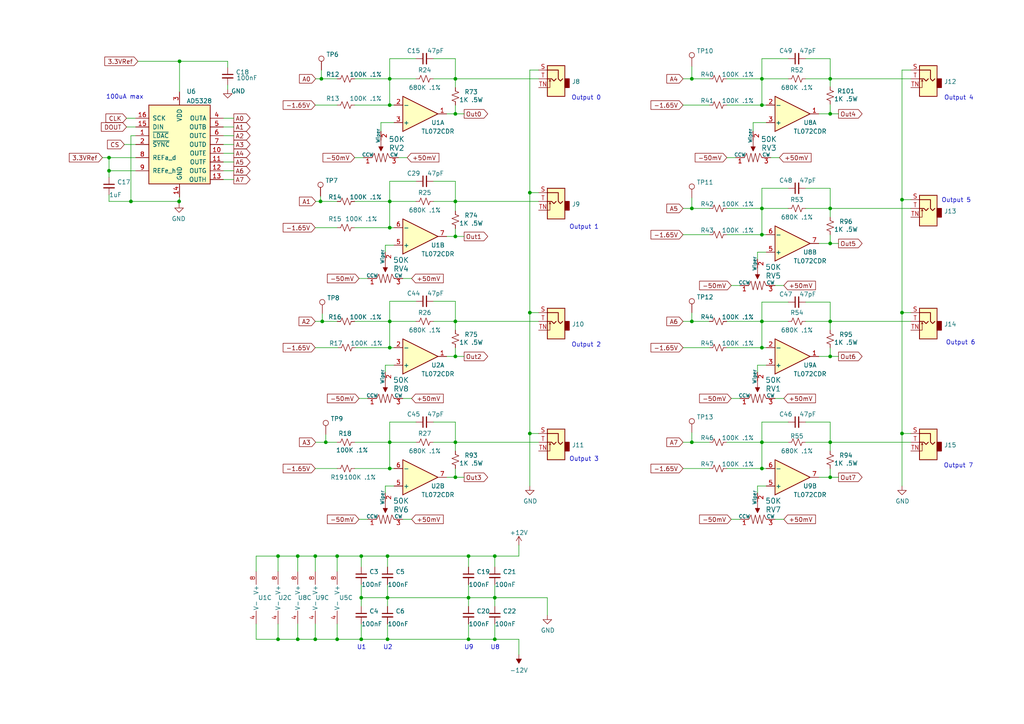
<source format=kicad_sch>
(kicad_sch (version 20231120) (generator "eeschema") (generator_version "8.0")
  (paper "A4")
  (title_block (title "Thor's Arsenal") (rev "0.2"))
  (junction (at 31.623 45.72))
  (junction (at 113.03 30.48))
  (junction (at 220.98 60.452))
  (junction (at 52.07 17.78))
  (junction (at 261.62 57.912))
  (junction (at 200.66 128.27))
  (junction (at 113.03 100.838))
  (junction (at 240.792 138.43))
  (junction (at 80.645 161.29))
  (junction (at 80.645 185.42))
  (junction (at 94.488 128.27))
  (junction (at 86.36 185.42))
  (junction (at 220.98 93.218))
  (junction (at 51.943 58.42))
  (junction (at 200.66 93.218))
  (junction (at 220.98 135.89))
  (junction (at 92.964 58.42))
  (junction (at 104.775 173.355))
  (junction (at 113.03 66.04))
  (junction (at 135.89 161.29))
  (junction (at 240.792 22.86))
  (junction (at 240.792 93.218))
  (junction (at 240.792 128.27))
  (junction (at 132.08 128.27))
  (junction (at 135.89 185.42))
  (junction (at 112.395 173.355))
  (junction (at 220.98 100.838))
  (junction (at 132.08 33.02))
  (junction (at 86.36 161.29))
  (junction (at 112.395 161.29))
  (junction (at 240.792 33.02))
  (junction (at 132.08 22.86))
  (junction (at 132.08 103.378))
  (junction (at 240.792 60.452))
  (junction (at 143.51 173.355))
  (junction (at 112.395 185.42))
  (junction (at 91.44 161.29))
  (junction (at 37.973 58.42))
  (junction (at 200.66 22.86))
  (junction (at 153.67 125.73))
  (junction (at 143.51 161.29))
  (junction (at 143.51 185.42))
  (junction (at 113.03 128.27))
  (junction (at 220.98 30.48))
  (junction (at 220.98 22.86))
  (junction (at 132.08 68.58))
  (junction (at 97.79 161.29))
  (junction (at 104.775 161.29))
  (junction (at 153.67 55.88))
  (junction (at 93.472 93.218))
  (junction (at 104.775 185.42))
  (junction (at 240.792 70.612))
  (junction (at 113.03 135.89))
  (junction (at 91.44 185.42))
  (junction (at 220.98 128.27))
  (junction (at 200.66 60.452))
  (junction (at 113.03 93.218))
  (junction (at 261.62 90.678))
  (junction (at 261.62 125.73))
  (junction (at 132.08 58.42))
  (junction (at 97.79 185.42))
  (junction (at 132.08 93.218))
  (junction (at 31.623 49.53))
  (junction (at 132.08 138.43))
  (junction (at 93.218 22.86))
  (junction (at 113.03 58.42))
  (junction (at 113.03 22.86))
  (junction (at 135.89 173.355))
  (junction (at 153.67 90.678))
  (junction (at 220.98 68.072))
  (junction (at 240.792 103.378))
  (wire (pts (xy 80.645 180.975) (xy 80.645 185.42)))
  (wire (pts (xy 116.84 115.57) (xy 119.38 115.57)))
  (wire (pts (xy 135.89 164.465) (xy 135.89 161.29)))
  (wire (pts (xy 200.66 93.218) (xy 205.74 93.218)))
  (wire (pts (xy 219.71 73.152) (xy 222.25 73.152)))
  (wire (pts (xy 261.62 20.32) (xy 261.62 57.912)))
  (wire (pts (xy 111.76 73.152) (xy 111.76 71.12)))
  (wire (pts (xy 220.98 22.86) (xy 220.98 30.48)))
  (wire (pts (xy 74.295 165.735) (xy 74.295 161.29)))
  (wire (pts (xy 104.14 80.772) (xy 106.68 80.772)))
  (wire (pts (xy 143.51 161.29) (xy 143.51 164.465)))
  (wire (pts (xy 220.98 128.27) (xy 220.98 135.89)))
  (wire (pts (xy 86.36 165.735) (xy 86.36 161.29)))
  (wire (pts (xy 210.82 128.27) (xy 220.98 128.27)))
  (wire (pts (xy 240.792 68.072) (xy 240.792 70.612)))
  (wire (pts (xy 102.87 30.48) (xy 113.03 30.48)))
  (wire (pts (xy 219.71 105.918) (xy 222.25 105.918)))
  (wire (pts (xy 219.71 107.95) (xy 219.71 105.918)))
  (wire (pts (xy 125.73 17.018) (xy 132.08 17.018)))
  (wire (pts (xy 132.08 52.578) (xy 132.08 58.42)))
  (wire (pts (xy 132.08 66.294) (xy 132.08 68.58)))
  (wire (pts (xy 113.03 52.578) (xy 113.03 58.42)))
  (wire (pts (xy 143.51 180.975) (xy 143.51 185.42)))
  (wire (pts (xy 233.68 128.27) (xy 240.792 128.27)))
  (wire (pts (xy 261.62 57.912) (xy 261.62 90.678)))
  (wire (pts (xy 198.12 22.86) (xy 200.66 22.86)))
  (wire (pts (xy 132.08 128.27) (xy 132.08 130.81)))
  (wire (pts (xy 80.645 185.42) (xy 86.36 185.42)))
  (wire (pts (xy 220.98 87.63) (xy 220.98 93.218)))
  (wire (pts (xy 240.792 93.218) (xy 240.792 95.758)))
  (wire (pts (xy 228.6 17.018) (xy 220.98 17.018)))
  (wire (pts (xy 228.6 122.428) (xy 220.98 122.428)))
  (wire (pts (xy 104.775 161.29) (xy 112.395 161.29)))
  (wire (pts (xy 37.973 39.37) (xy 39.37 39.37)))
  (wire (pts (xy 233.68 122.428) (xy 240.792 122.428)))
  (wire (pts (xy 240.792 30.226) (xy 240.792 33.02)))
  (wire (pts (xy 240.792 60.452) (xy 240.792 62.992)))
  (wire (pts (xy 113.03 22.86) (xy 113.03 30.48)))
  (wire (pts (xy 132.08 30.48) (xy 132.08 33.02)))
  (wire (pts (xy 224.79 82.804) (xy 227.33 82.804)))
  (wire (pts (xy 36.703 34.29) (xy 39.37 34.29)))
  (wire (pts (xy 113.03 66.04) (xy 114.3 66.04)))
  (wire (pts (xy 210.82 22.86) (xy 220.98 22.86)))
  (wire (pts (xy 237.49 33.02) (xy 240.792 33.02)))
  (wire (pts (xy 153.67 55.88) (xy 153.67 90.678)))
  (wire (pts (xy 102.87 128.27) (xy 113.03 128.27)))
  (wire (pts (xy 120.65 17.018) (xy 113.03 17.018)))
  (wire (pts (xy 112.395 161.29) (xy 112.395 164.465)))
  (wire (pts (xy 212.09 82.804) (xy 214.63 82.804)))
  (wire (pts (xy 198.12 30.48) (xy 205.74 30.48)))
  (wire (pts (xy 94.488 128.27) (xy 97.79 128.27)))
  (wire (pts (xy 233.68 17.018) (xy 240.792 17.018)))
  (wire (pts (xy 86.36 180.975) (xy 86.36 185.42)))
  (wire (pts (xy 132.08 22.86) (xy 156.21 22.86)))
  (wire (pts (xy 31.623 49.53) (xy 31.623 45.72)))
  (wire (pts (xy 237.49 103.378) (xy 240.792 103.378)))
  (wire (pts (xy 67.818 34.29) (xy 64.77 34.29)))
  (wire (pts (xy 51.943 58.42) (xy 51.943 59.055)))
  (wire (pts (xy 86.36 161.29) (xy 91.44 161.29)))
  (wire (pts (xy 91.567 58.42) (xy 92.964 58.42)))
  (wire (pts (xy 66.04 17.78) (xy 52.07 17.78)))
  (wire (pts (xy 228.6 87.63) (xy 220.98 87.63)))
  (wire (pts (xy 240.792 138.43) (xy 243.205 138.43)))
  (wire (pts (xy 198.12 128.27) (xy 200.66 128.27)))
  (wire (pts (xy 64.77 36.83) (xy 67.818 36.83)))
  (wire (pts (xy 240.792 22.86) (xy 264.16 22.86)))
  (wire (pts (xy 240.792 70.612) (xy 243.205 70.612)))
  (wire (pts (xy 143.51 173.355) (xy 143.51 175.895)))
  (wire (pts (xy 111.76 143.002) (xy 111.76 140.97)))
  (wire (pts (xy 113.03 128.27) (xy 120.65 128.27)))
  (wire (pts (xy 104.775 173.355) (xy 104.775 175.895)))
  (wire (pts (xy 156.21 90.678) (xy 153.67 90.678)))
  (wire (pts (xy 220.98 22.86) (xy 228.6 22.86)))
  (wire (pts (xy 132.08 58.42) (xy 132.08 61.214)))
  (wire (pts (xy 210.82 68.072) (xy 220.98 68.072)))
  (wire (pts (xy 132.08 93.218) (xy 132.08 95.758)))
  (wire (pts (xy 210.82 60.452) (xy 220.98 60.452)))
  (wire (pts (xy 261.62 20.32) (xy 264.16 20.32)))
  (wire (pts (xy 64.77 41.91) (xy 67.818 41.91)))
  (wire (pts (xy 102.87 135.89) (xy 113.03 135.89)))
  (wire (pts (xy 113.03 93.218) (xy 120.65 93.218)))
  (wire (pts (xy 220.98 30.48) (xy 222.25 30.48)))
  (wire (pts (xy 135.89 185.42) (xy 143.51 185.42)))
  (wire (pts (xy 125.73 22.86) (xy 132.08 22.86)))
  (wire (pts (xy 129.54 103.378) (xy 132.08 103.378)))
  (wire (pts (xy 97.79 180.975) (xy 97.79 185.42)))
  (wire (pts (xy 91.44 135.89) (xy 97.79 135.89)))
  (wire (pts (xy 37.973 58.42) (xy 31.623 58.42)))
  (wire (pts (xy 94.488 125.984) (xy 94.488 128.27)))
  (wire (pts (xy 40.005 17.78) (xy 52.07 17.78)))
  (wire (pts (xy 102.87 66.04) (xy 113.03 66.04)))
  (wire (pts (xy 104.775 169.545) (xy 104.775 173.355)))
  (wire (pts (xy 112.395 161.29) (xy 135.89 161.29)))
  (wire (pts (xy 261.62 90.678) (xy 261.62 125.73)))
  (wire (pts (xy 67.818 52.07) (xy 64.77 52.07)))
  (wire (pts (xy 219.71 140.97) (xy 222.25 140.97)))
  (wire (pts (xy 36.068 41.91) (xy 39.37 41.91)))
  (wire (pts (xy 212.09 115.57) (xy 214.63 115.57)))
  (wire (pts (xy 150.495 158.115) (xy 150.495 161.29)))
  (wire (pts (xy 135.89 169.545) (xy 135.89 173.355)))
  (wire (pts (xy 52.07 17.78) (xy 52.07 26.67)))
  (wire (pts (xy 132.08 135.89) (xy 132.08 138.43)))
  (wire (pts (xy 210.82 100.838) (xy 220.98 100.838)))
  (wire (pts (xy 264.16 57.912) (xy 261.62 57.912)))
  (wire (pts (xy 132.08 58.42) (xy 156.21 58.42)))
  (wire (pts (xy 200.66 57.404) (xy 200.66 60.452)))
  (wire (pts (xy 115.57 45.72) (xy 118.11 45.72)))
  (wire (pts (xy 120.65 122.428) (xy 113.03 122.428)))
  (wire (pts (xy 240.792 100.838) (xy 240.792 103.378)))
  (wire (pts (xy 66.04 24.638) (xy 66.04 25.908)))
  (wire (pts (xy 153.67 90.678) (xy 153.67 125.73)))
  (wire (pts (xy 91.44 100.838) (xy 98.044 100.838)))
  (wire (pts (xy 29.718 45.72) (xy 31.623 45.72)))
  (wire (pts (xy 220.98 128.27) (xy 228.6 128.27)))
  (wire (pts (xy 37.973 58.42) (xy 51.943 58.42)))
  (wire (pts (xy 223.52 45.72) (xy 226.06 45.72)))
  (wire (pts (xy 240.792 128.27) (xy 240.792 130.81)))
  (wire (pts (xy 132.08 122.428) (xy 132.08 128.27)))
  (wire (pts (xy 198.12 93.218) (xy 200.66 93.218)))
  (wire (pts (xy 116.84 150.622) (xy 119.38 150.622)))
  (wire (pts (xy 153.67 20.32) (xy 153.67 55.88)))
  (wire (pts (xy 67.818 49.53) (xy 64.77 49.53)))
  (wire (pts (xy 220.98 93.218) (xy 228.6 93.218)))
  (wire (pts (xy 113.03 128.27) (xy 113.03 135.89)))
  (wire (pts (xy 116.84 80.772) (xy 119.38 80.772)))
  (wire (pts (xy 92.964 58.42) (xy 97.79 58.42)))
  (wire (pts (xy 92.964 56.896) (xy 92.964 58.42)))
  (wire (pts (xy 86.36 185.42) (xy 91.44 185.42)))
  (wire (pts (xy 132.08 138.43) (xy 134.62 138.43)))
  (wire (pts (xy 111.76 107.95) (xy 111.76 105.918)))
  (wire (pts (xy 120.65 87.376) (xy 113.03 87.376)))
  (wire (pts (xy 132.08 103.378) (xy 134.62 103.378)))
  (wire (pts (xy 135.89 173.355) (xy 143.51 173.355)))
  (wire (pts (xy 220.98 60.452) (xy 228.6 60.452)))
  (wire (pts (xy 93.472 93.218) (xy 97.79 93.218)))
  (wire (pts (xy 240.792 33.02) (xy 243.205 33.02)))
  (wire (pts (xy 240.792 128.27) (xy 264.16 128.27)))
  (wire (pts (xy 233.68 54.61) (xy 240.792 54.61)))
  (wire (pts (xy 31.623 56.515) (xy 31.623 58.42)))
  (wire (pts (xy 103.124 100.838) (xy 113.03 100.838)))
  (wire (pts (xy 67.818 44.45) (xy 64.77 44.45)))
  (wire (pts (xy 224.79 115.57) (xy 227.33 115.57)))
  (wire (pts (xy 210.82 30.48) (xy 220.98 30.48)))
  (wire (pts (xy 111.76 105.918) (xy 114.3 105.918)))
  (wire (pts (xy 224.79 150.622) (xy 227.33 150.622)))
  (wire (pts (xy 132.08 87.376) (xy 132.08 93.218)))
  (wire (pts (xy 218.44 35.56) (xy 222.25 35.56)))
  (wire (pts (xy 240.792 122.428) (xy 240.792 128.27)))
  (wire (pts (xy 31.623 51.435) (xy 31.623 49.53)))
  (wire (pts (xy 220.98 60.452) (xy 220.98 68.072)))
  (wire (pts (xy 91.44 66.04) (xy 97.79 66.04)))
  (wire (pts (xy 39.37 49.53) (xy 31.623 49.53)))
  (wire (pts (xy 97.79 161.29) (xy 104.775 161.29)))
  (wire (pts (xy 198.12 100.838) (xy 205.74 100.838)))
  (wire (pts (xy 135.89 180.975) (xy 135.89 185.42)))
  (wire (pts (xy 222.25 68.072) (xy 220.98 68.072)))
  (wire (pts (xy 220.98 17.018) (xy 220.98 22.86)))
  (wire (pts (xy 112.395 169.545) (xy 112.395 173.355)))
  (wire (pts (xy 113.03 87.376) (xy 113.03 93.218)))
  (wire (pts (xy 240.792 135.89) (xy 240.792 138.43)))
  (wire (pts (xy 104.775 180.975) (xy 104.775 185.42)))
  (wire (pts (xy 132.08 17.018) (xy 132.08 22.86)))
  (wire (pts (xy 237.49 138.43) (xy 240.792 138.43)))
  (wire (pts (xy 66.04 19.558) (xy 66.04 17.78)))
  (wire (pts (xy 200.66 125.476) (xy 200.66 128.27)))
  (wire (pts (xy 97.79 165.735) (xy 97.79 161.29)))
  (wire (pts (xy 240.792 103.378) (xy 243.205 103.378)))
  (wire (pts (xy 212.09 150.622) (xy 214.63 150.622)))
  (wire (pts (xy 210.82 45.72) (xy 213.36 45.72)))
  (wire (pts (xy 153.67 125.73) (xy 153.67 140.97)))
  (wire (pts (xy 74.295 161.29) (xy 80.645 161.29)))
  (wire (pts (xy 150.495 161.29) (xy 143.51 161.29)))
  (wire (pts (xy 93.218 22.86) (xy 97.79 22.86)))
  (wire (pts (xy 132.08 22.86) (xy 132.08 25.4)))
  (wire (pts (xy 220.98 100.838) (xy 222.25 100.838)))
  (wire (pts (xy 74.295 185.42) (xy 80.645 185.42)))
  (wire (pts (xy 93.472 90.932) (xy 93.472 93.218)))
  (wire (pts (xy 97.79 185.42) (xy 104.775 185.42)))
  (wire (pts (xy 125.73 122.428) (xy 132.08 122.428)))
  (wire (pts (xy 52.07 57.15) (xy 52.07 58.42)))
  (wire (pts (xy 113.03 58.42) (xy 120.65 58.42)))
  (wire (pts (xy 240.792 54.61) (xy 240.792 60.452)))
  (wire (pts (xy 132.08 100.838) (xy 132.08 103.378)))
  (wire (pts (xy 200.66 128.27) (xy 205.74 128.27)))
  (wire (pts (xy 264.16 90.678) (xy 261.62 90.678)))
  (wire (pts (xy 113.03 93.218) (xy 113.03 100.838)))
  (wire (pts (xy 220.98 122.428) (xy 220.98 128.27)))
  (wire (pts (xy 91.44 93.218) (xy 93.472 93.218)))
  (wire (pts (xy 125.73 128.27) (xy 132.08 128.27)))
  (wire (pts (xy 233.68 87.63) (xy 240.792 87.63)))
  (wire (pts (xy 198.12 60.452) (xy 200.66 60.452)))
  (wire (pts (xy 135.89 161.29) (xy 143.51 161.29)))
  (wire (pts (xy 240.792 17.018) (xy 240.792 22.86)))
  (wire (pts (xy 125.73 93.218) (xy 132.08 93.218)))
  (wire (pts (xy 261.62 125.73) (xy 261.62 140.97)))
  (wire (pts (xy 64.77 39.37) (xy 67.818 39.37)))
  (wire (pts (xy 104.775 185.42) (xy 112.395 185.42)))
  (wire (pts (xy 143.51 169.545) (xy 143.51 173.355)))
  (wire (pts (xy 220.98 135.89) (xy 222.25 135.89)))
  (wire (pts (xy 219.71 75.184) (xy 219.71 73.152)))
  (wire (pts (xy 240.792 22.86) (xy 240.792 25.146)))
  (wire (pts (xy 200.66 19.304) (xy 200.66 22.86)))
  (wire (pts (xy 132.08 33.02) (xy 134.62 33.02)))
  (wire (pts (xy 125.73 52.578) (xy 132.08 52.578)))
  (wire (pts (xy 132.08 68.58) (xy 134.62 68.58)))
  (wire (pts (xy 153.67 55.88) (xy 156.21 55.88)))
  (wire (pts (xy 210.82 93.218) (xy 220.98 93.218)))
  (wire (pts (xy 110.49 38.1) (xy 110.49 35.56)))
  (wire (pts (xy 91.44 185.42) (xy 97.79 185.42)))
  (wire (pts (xy 113.03 17.018) (xy 113.03 22.86)))
  (wire (pts (xy 200.66 60.452) (xy 205.74 60.452)))
  (wire (pts (xy 36.703 36.83) (xy 39.37 36.83)))
  (wire (pts (xy 110.49 35.56) (xy 114.3 35.56)))
  (wire (pts (xy 102.87 22.86) (xy 113.03 22.86)))
  (wire (pts (xy 150.495 185.42) (xy 150.495 189.865)))
  (wire (pts (xy 104.775 164.465) (xy 104.775 161.29)))
  (wire (pts (xy 233.68 93.218) (xy 240.792 93.218)))
  (wire (pts (xy 135.89 173.355) (xy 135.89 175.895)))
  (wire (pts (xy 37.973 39.37) (xy 37.973 58.42)))
  (wire (pts (xy 113.03 22.86) (xy 120.65 22.86)))
  (wire (pts (xy 113.03 135.89) (xy 114.3 135.89)))
  (wire (pts (xy 233.68 22.86) (xy 240.792 22.86)))
  (wire (pts (xy 198.12 135.89) (xy 205.74 135.89)))
  (wire (pts (xy 112.395 173.355) (xy 104.775 173.355)))
  (wire (pts (xy 200.66 90.678) (xy 200.66 93.218)))
  (wire (pts (xy 237.49 70.612) (xy 240.792 70.612)))
  (wire (pts (xy 52.07 58.42) (xy 51.943 58.42)))
  (wire (pts (xy 200.66 22.86) (xy 205.74 22.86)))
  (wire (pts (xy 93.218 20.32) (xy 93.218 22.86)))
  (wire (pts (xy 111.76 140.97) (xy 114.3 140.97)))
  (wire (pts (xy 113.03 122.428) (xy 113.03 128.27)))
  (wire (pts (xy 91.44 165.735) (xy 91.44 161.29)))
  (wire (pts (xy 91.44 180.975) (xy 91.44 185.42)))
  (wire (pts (xy 112.395 173.355) (xy 135.89 173.355)))
  (wire (pts (xy 113.03 66.04) (xy 113.03 58.42)))
  (wire (pts (xy 31.623 45.72) (xy 39.37 45.72)))
  (wire (pts (xy 220.98 93.218) (xy 220.98 100.838)))
  (wire (pts (xy 112.395 180.975) (xy 112.395 185.42)))
  (wire (pts (xy 240.792 87.63) (xy 240.792 93.218)))
  (wire (pts (xy 156.21 125.73) (xy 153.67 125.73)))
  (wire (pts (xy 91.567 22.86) (xy 93.218 22.86)))
  (wire (pts (xy 198.12 68.072) (xy 205.74 68.072)))
  (wire (pts (xy 80.645 165.735) (xy 80.645 161.29)))
  (wire (pts (xy 220.98 54.61) (xy 220.98 60.452)))
  (wire (pts (xy 104.14 115.57) (xy 106.68 115.57)))
  (wire (pts (xy 91.44 161.29) (xy 97.79 161.29)))
  (wire (pts (xy 143.51 185.42) (xy 150.495 185.42)))
  (wire (pts (xy 91.567 128.27) (xy 94.488 128.27)))
  (wire (pts (xy 143.51 173.355) (xy 158.75 173.355)))
  (wire (pts (xy 112.395 185.42) (xy 135.89 185.42)))
  (wire (pts (xy 228.6 54.61) (xy 220.98 54.61)))
  (wire (pts (xy 240.792 60.452) (xy 264.16 60.452)))
  (wire (pts (xy 102.87 45.72) (xy 105.41 45.72)))
  (wire (pts (xy 111.76 71.12) (xy 114.3 71.12)))
  (wire (pts (xy 125.73 87.376) (xy 132.08 87.376)))
  (wire (pts (xy 218.44 35.56) (xy 218.44 38.1)))
  (wire (pts (xy 158.75 173.355) (xy 158.75 178.435)))
  (wire (pts (xy 240.792 93.218) (xy 264.16 93.218)))
  (wire (pts (xy 132.08 128.27) (xy 156.21 128.27)))
  (wire (pts (xy 125.73 58.42) (xy 132.08 58.42)))
  (wire (pts (xy 219.71 143.002) (xy 219.71 140.97)))
  (wire (pts (xy 233.68 60.452) (xy 240.792 60.452)))
  (wire (pts (xy 210.82 135.89) (xy 220.98 135.89)))
  (wire (pts (xy 132.08 93.218) (xy 156.21 93.218)))
  (wire (pts (xy 102.87 93.218) (xy 113.03 93.218)))
  (wire (pts (xy 104.14 150.622) (xy 106.68 150.622)))
  (wire (pts (xy 129.54 33.02) (xy 132.08 33.02)))
  (wire (pts (xy 67.818 46.99) (xy 64.77 46.99)))
  (wire (pts (xy 74.295 180.975) (xy 74.295 185.42)))
  (wire (pts (xy 129.54 68.58) (xy 132.08 68.58)))
  (wire (pts (xy 91.44 30.48) (xy 97.79 30.48)))
  (wire (pts (xy 120.65 52.578) (xy 113.03 52.578)))
  (wire (pts (xy 80.645 161.29) (xy 86.36 161.29)))
  (wire (pts (xy 113.03 100.838) (xy 114.3 100.838)))
  (wire (pts (xy 129.54 138.43) (xy 132.08 138.43)))
  (wire (pts (xy 153.67 20.32) (xy 156.21 20.32)))
  (wire (pts (xy 264.16 125.73) (xy 261.62 125.73)))
  (wire (pts (xy 112.395 173.355) (xy 112.395 175.895)))
  (wire (pts (xy 113.03 30.48) (xy 114.3 30.48)))
  (wire (pts (xy 102.87 58.42) (xy 113.03 58.42)))
  (text "U9" (at 134.62 188.595 0) (effects (font (size 1.27 1.27)) (justify left bottom)))
  (text "100uA max" (at 30.734 28.956 0) (effects (font (size 1.27 1.27)) (justify left bottom)))
  (text "Output 3" (at 165.1 133.985 0) (effects (font (size 1.27 1.27)) (justify left bottom)))
  (text "U2" (at 111.125 188.595 0) (effects (font (size 1.27 1.27)) (justify left bottom)))
  (text "Output 6" (at 274.32 100.203 0) (effects (font (size 1.27 1.27)) (justify left bottom)))
  (text "Output 5" (at 273.05 58.928 0) (effects (font (size 1.27 1.27)) (justify left bottom)))
  (text "U1" (at 103.505 188.595 0) (effects (font (size 1.27 1.27)) (justify left bottom)))
  (text "Output 1" (at 165.1 66.675 0) (effects (font (size 1.27 1.27)) (justify left bottom)))
  (text "Output 7" (at 273.685 135.89 0) (effects (font (size 1.27 1.27)) (justify left bottom)))
  (text "Output 2" (at 165.735 100.838 0) (effects (font (size 1.27 1.27)) (justify left bottom)))
  (text "U8" (at 142.24 188.595 0) (effects (font (size 1.27 1.27)) (justify left bottom)))
  (text "Output 0" (at 165.735 29.21 0) (effects (font (size 1.27 1.27)) (justify left bottom)))
  (text "Output 4" (at 273.812 29.21 0) (effects (font (size 1.27 1.27)) (justify left bottom)))
  (global_label "Out0" (shape output) (at 134.62 33.02 0) (property "Intersheetrefs" "${INTERSHEET_REFS}" (effects (hide yes))))
  (global_label "CLK" (shape input) (at 36.703 34.29 180) (property "Intersheetrefs" "${INTERSHEET_REFS}" (effects (hide yes))))
  (global_label "+50mV" (shape input) (at 119.38 115.57 0) (property "Intersheetrefs" "${INTERSHEET_REFS}" (effects (hide yes))))
  (global_label "CS" (shape input) (at 36.068 41.91 180) (property "Intersheetrefs" "${INTERSHEET_REFS}" (effects (hide yes))))
  (global_label "Out6" (shape output) (at 243.205 103.378 0) (property "Intersheetrefs" "${INTERSHEET_REFS}" (effects (hide yes))))
  (global_label "-1.65V" (shape input) (at 91.44 135.89 180) (property "Intersheetrefs" "${INTERSHEET_REFS}" (effects (hide yes))))
  (global_label "Out7" (shape output) (at 243.205 138.43 0) (property "Intersheetrefs" "${INTERSHEET_REFS}" (effects (hide yes))))
  (global_label "A7" (shape output) (at 67.818 52.07 0) (property "Intersheetrefs" "${INTERSHEET_REFS}" (effects (hide yes))))
  (global_label "3.3VRef" (shape input) (at 40.005 17.78 180) (property "Intersheetrefs" "${INTERSHEET_REFS}" (effects (hide yes))))
  (global_label "A5" (shape output) (at 67.818 46.99 0) (property "Intersheetrefs" "${INTERSHEET_REFS}" (effects (hide yes))))
  (global_label "Out3" (shape output) (at 134.62 138.43 0) (property "Intersheetrefs" "${INTERSHEET_REFS}" (effects (hide yes))))
  (global_label "Out5" (shape output) (at 243.205 70.612 0) (property "Intersheetrefs" "${INTERSHEET_REFS}" (effects (hide yes))))
  (global_label "DOUT" (shape input) (at 36.703 36.83 180) (property "Intersheetrefs" "${INTERSHEET_REFS}" (effects (hide yes))))
  (global_label "A2" (shape input) (at 91.44 93.218 180) (property "Intersheetrefs" "${INTERSHEET_REFS}" (effects (hide yes))))
  (global_label "+50mV" (shape input) (at 119.38 80.772 0) (property "Intersheetrefs" "${INTERSHEET_REFS}" (effects (hide yes))))
  (global_label "-1.65V" (shape input) (at 91.44 66.04 180) (property "Intersheetrefs" "${INTERSHEET_REFS}" (effects (hide yes))))
  (global_label "A1" (shape input) (at 91.567 58.42 180) (property "Intersheetrefs" "${INTERSHEET_REFS}" (effects (hide yes))))
  (global_label "+50mV" (shape input) (at 226.06 45.72 0) (property "Intersheetrefs" "${INTERSHEET_REFS}" (effects (hide yes))))
  (global_label "-1.65V" (shape input) (at 198.12 68.072 180) (property "Intersheetrefs" "${INTERSHEET_REFS}" (effects (hide yes))))
  (global_label "-50mV" (shape input) (at 104.14 115.57 180) (property "Intersheetrefs" "${INTERSHEET_REFS}" (effects (hide yes))))
  (global_label "+50mV" (shape input) (at 118.11 45.72 0) (property "Intersheetrefs" "${INTERSHEET_REFS}" (effects (hide yes))))
  (global_label "Out1" (shape output) (at 134.62 68.58 0) (property "Intersheetrefs" "${INTERSHEET_REFS}" (effects (hide yes))))
  (global_label "A3" (shape output) (at 67.818 41.91 0) (property "Intersheetrefs" "${INTERSHEET_REFS}" (effects (hide yes))))
  (global_label "-1.65V" (shape input) (at 198.12 100.838 180) (property "Intersheetrefs" "${INTERSHEET_REFS}" (effects (hide yes))))
  (global_label "-50mV" (shape input) (at 210.82 45.72 180) (property "Intersheetrefs" "${INTERSHEET_REFS}" (effects (hide yes))))
  (global_label "A0" (shape output) (at 67.818 34.29 0) (property "Intersheetrefs" "${INTERSHEET_REFS}" (effects (hide yes))))
  (global_label "A0" (shape input) (at 91.567 22.86 180) (property "Intersheetrefs" "${INTERSHEET_REFS}" (effects (hide yes))))
  (global_label "A1" (shape output) (at 67.818 36.83 0) (property "Intersheetrefs" "${INTERSHEET_REFS}" (effects (hide yes))))
  (global_label "+50mV" (shape input) (at 227.33 82.804 0) (property "Intersheetrefs" "${INTERSHEET_REFS}" (effects (hide yes))))
  (global_label "Out2" (shape output) (at 134.62 103.378 0) (property "Intersheetrefs" "${INTERSHEET_REFS}" (effects (hide yes))))
  (global_label "+50mV" (shape input) (at 227.33 150.622 0) (property "Intersheetrefs" "${INTERSHEET_REFS}" (effects (hide yes))))
  (global_label "+50mV" (shape input) (at 227.33 115.57 0) (property "Intersheetrefs" "${INTERSHEET_REFS}" (effects (hide yes))))
  (global_label "-1.65V" (shape input) (at 198.12 135.89 180) (property "Intersheetrefs" "${INTERSHEET_REFS}" (effects (hide yes))))
  (global_label "-50mV" (shape input) (at 104.14 80.772 180) (property "Intersheetrefs" "${INTERSHEET_REFS}" (effects (hide yes))))
  (global_label "-50mV" (shape input) (at 102.87 45.72 180) (property "Intersheetrefs" "${INTERSHEET_REFS}" (effects (hide yes))))
  (global_label "Out4" (shape output) (at 243.205 33.02 0) (property "Intersheetrefs" "${INTERSHEET_REFS}" (effects (hide yes))))
  (global_label "A7" (shape input) (at 198.12 128.27 180) (property "Intersheetrefs" "${INTERSHEET_REFS}" (effects (hide yes))))
  (global_label "A5" (shape input) (at 198.12 60.452 180) (property "Intersheetrefs" "${INTERSHEET_REFS}" (effects (hide yes))))
  (global_label "A6" (shape output) (at 67.818 49.53 0) (property "Intersheetrefs" "${INTERSHEET_REFS}" (effects (hide yes))))
  (global_label "-50mV" (shape input) (at 212.09 115.57 180) (property "Intersheetrefs" "${INTERSHEET_REFS}" (effects (hide yes))))
  (global_label "A4" (shape output) (at 67.818 44.45 0) (property "Intersheetrefs" "${INTERSHEET_REFS}" (effects (hide yes))))
  (global_label "A2" (shape output) (at 67.818 39.37 0) (property "Intersheetrefs" "${INTERSHEET_REFS}" (effects (hide yes))))
  (global_label "-1.65V" (shape input) (at 91.44 30.48 180) (property "Intersheetrefs" "${INTERSHEET_REFS}" (effects (hide yes))))
  (global_label "-50mV" (shape input) (at 212.09 82.804 180) (property "Intersheetrefs" "${INTERSHEET_REFS}" (effects (hide yes))))
  (global_label "A6" (shape input) (at 198.12 93.218 180) (property "Intersheetrefs" "${INTERSHEET_REFS}" (effects (hide yes))))
  (global_label "-1.65V" (shape input) (at 198.12 30.48 180) (property "Intersheetrefs" "${INTERSHEET_REFS}" (effects (hide yes))))
  (global_label "-1.65V" (shape input) (at 91.44 100.838 180) (property "Intersheetrefs" "${INTERSHEET_REFS}" (effects (hide yes))))
  (global_label "3.3VRef" (shape input) (at 29.718 45.72 180) (property "Intersheetrefs" "${INTERSHEET_REFS}" (effects (hide yes))))
  (global_label "+50mV" (shape input) (at 119.38 150.622 0) (property "Intersheetrefs" "${INTERSHEET_REFS}" (effects (hide yes))))
  (global_label "A4" (shape input) (at 198.12 22.86 180) (property "Intersheetrefs" "${INTERSHEET_REFS}" (effects (hide yes))))
  (global_label "-50mV" (shape input) (at 104.14 150.622 180) (property "Intersheetrefs" "${INTERSHEET_REFS}" (effects (hide yes))))
  (global_label "-50mV" (shape input) (at 212.09 150.622 180) (property "Intersheetrefs" "${INTERSHEET_REFS}" (effects (hide yes))))
  (global_label "A3" (shape input) (at 91.567 128.27 180) (property "Intersheetrefs" "${INTERSHEET_REFS}" (effects (hide yes))))
  (symbol (lib_id "Device:C_Small") (at 112.395 178.435 0) (unit 1)
    (property "Reference" "C6" (at 114.7318 177.2666 0) (effects (justify left)))
    (property "Value" "100nF" (at 112.395 180.975 0) (effects (justify left)))
    (property "Footprint" "Capacitor_SMD:C_0603_1608Metric" (effects (hide yes)))
    (property "Datasheet" "http://datasheets.avx.com/SR-Series.pdf" (effects (hide yes)))
    (property "Digi-Key Part" "478-10836-1-ND" (effects (hide yes)))
    (property "LCSC Part #" "C14663" (effects (hide yes)))
  )
  (symbol (lib_id "power:GND") (at 158.75 178.435 0) (unit 1)
    (property "Reference" "#PWR072" (effects (hide yes)))
    (property "Value" "GND" (at 158.877 182.8292 0))
  )
  (symbol (lib_id "Device:R_Small_US") (at 123.19 22.86 270) (unit 1)
    (property "Reference" "R24" (at 123.19 20.32 90))
    (property "Value" "680K .1%" (at 123.19 25.4 90))
    (property "Footprint" "Resistor_SMD:R_0603_1608Metric" (effects (hide yes)))
    (property "Digi-Key Part" "P332KDACT-ND" (effects (hide yes)))
    (property "LCSC Part #" "C326722" (effects (hide yes)))
  )
  (symbol (lib_id "Connector:TestPoint") (at 94.488 125.984 0) (unit 1)
    (property "Reference" "TP9" (at 95.885 121.4698 0) (effects (justify left)))
    (property "Value" "TestPoint" (effects (hide yes)))
    (property "Footprint" "TestPoint:TestPoint_Pad_1.5x1.5mm" (effects (hide yes)))
    (property "Description" "test point" (effects (hide yes)))
  )
  (symbol (lib_id "Device:R_Small_US") (at 100.33 22.86 270) (unit 1)
    (property "Reference" "R12" (at 96.52 21.59 90))
    (property "Value" "100K .1%" (at 106.045 21.59 90))
    (property "Footprint" "Resistor_SMD:R_0603_1608Metric" (effects (hide yes)))
    (property "Digi-Key Part" "YAG1759CT-ND" (effects (hide yes)))
    (property "LCSC Part #" "C122538" (effects (hide yes)))
  )
  (symbol (lib_id "Device:R_Small_US") (at 208.28 135.89 270) (unit 1)
    (property "Reference" "R47" (at 205.105 134.62 90))
    (property "Value" "100K .1%" (at 213.995 134.62 90))
    (property "Footprint" "Resistor_SMD:R_0603_1608Metric" (effects (hide yes)))
    (property "Digi-Key Part" "YAG1759CT-ND" (effects (hide yes)))
    (property "LCSC Part #" "C122538" (effects (hide yes)))
  )
  (symbol (lib_id "Amplifier_Operational:TL072") (at 121.92 68.58 0) (mirror x) (unit 2)
    (property "Reference" "U1" (at 127 71.12 0))
    (property "Value" "TL072CDR" (at 127 73.66 0))
    (property "Footprint" "Package_SO:SOIC-8_3.9x4.9mm_P1.27mm" (effects (hide yes)))
    (property "Digi-Key Part" "296-1282-1-ND" (effects (hide yes)))
    (property "LCSC Part #" "C6961" (effects (hide yes)))
  )
  (symbol (lib_id "Device:R_Small_US") (at 100.33 66.04 270) (unit 1)
    (property "Reference" "R15" (at 97.155 63.5 90))
    (property "Value" "100K .1%" (at 104.775 63.5 90))
    (property "Footprint" "Resistor_SMD:R_0603_1608Metric" (effects (hide yes)))
    (property "Digi-Key Part" "YAG1759CT-ND" (effects (hide yes)))
    (property "LCSC Part #" "C122538" (effects (hide yes)))
  )
  (symbol (lib_id "Connector:TestPoint") (at 93.472 90.932 0) (unit 1)
    (property "Reference" "TP8" (at 94.869 86.4178 0) (effects (justify left)))
    (property "Value" "TestPoint" (effects (hide yes)))
    (property "Footprint" "TestPoint:TestPoint_Pad_1.5x1.5mm" (effects (hide yes)))
    (property "Description" "test point" (effects (hide yes)))
  )
  (symbol (lib_id "Device:R_Small_US") (at 208.28 60.452 270) (unit 1)
    (property "Reference" "R42" (at 205.105 59.182 90))
    (property "Value" "100K .1%" (at 213.995 59.182 90))
    (property "Footprint" "Resistor_SMD:R_0603_1608Metric" (effects (hide yes)))
    (property "Digi-Key Part" "YAG1759CT-ND" (effects (hide yes)))
    (property "LCSC Part #" "C122538" (effects (hide yes)))
  )
  (symbol (lib_id "Connector_Audio:AudioJack2_SwitchT") (at 269.24 128.27 0) (mirror y) (unit 1)
    (property "Reference" "J15" (at 273.812 129.0828 0) (effects (justify right)))
    (property "Value" "3.5mm Jack" (effects (hide yes)))
    (property "Footprint" "greenface:Jack_3.5mm_QingPu_WQP-PJ398SM_Vertical" (effects (hide yes)))
    (property "Description" "Audio Jack, 2 Poles (Mono / TS), Switched T Pole (Normalling)" (effects (hide yes)))
  )
  (symbol (lib_id "Connector:TestPoint") (at 200.66 125.476 0) (unit 1)
    (property "Reference" "TP13" (at 202.057 120.9618 0) (effects (justify left)))
    (property "Value" "TestPoint" (effects (hide yes)))
    (property "Footprint" "TestPoint:TestPoint_Pad_1.5x1.5mm" (effects (hide yes)))
    (property "Description" "test point" (effects (hide yes)))
  )
  (symbol (lib_id "Device:R_Small_US") (at 231.14 128.27 270) (unit 1)
    (property "Reference" "R55" (at 231.14 126.492 90))
    (property "Value" "680K .1%" (at 231.14 130.81 90))
    (property "Footprint" "Resistor_SMD:R_0603_1608Metric" (effects (hide yes)))
    (property "Digi-Key Part" "P332KDACT-ND" (effects (hide yes)))
    (property "LCSC Part #" "C326722" (effects (hide yes)))
  )
  (symbol (lib_id "power:GND") (at 66.04 25.908 0) (mirror y) (unit 1)
    (property "Reference" "#PWR026" (effects (hide yes)))
    (property "Value" "GND" (at 69.088 26.416 0))
  )
  (symbol (lib_id "Device:C_Small") (at 123.19 17.018 90) (unit 1)
    (property "Reference" "C15" (at 121.92 14.732 90) (effects (justify left)))
    (property "Value" "47pF" (at 128.778 14.732 90) (effects (justify left)))
    (property "Footprint" "Capacitor_SMD:C_0603_1608Metric" (effects (hide yes)))
    (property "Datasheet" "http://datasheets.avx.com/SR-Series.pdf" (effects (hide yes)))
    (property "Digi-Key Part" "1276-1037-1-ND" (effects (hide yes)))
    (property "LCSC Part #" "C1671" (effects (hide yes)))
  )
  (symbol (lib_id "Device:C_Small") (at 231.14 122.428 90) (unit 1)
    (property "Reference" "C46" (at 229.87 120.142 90) (effects (justify left)))
    (property "Value" "47pF" (at 236.728 120.142 90) (effects (justify left)))
    (property "Footprint" "Capacitor_SMD:C_0603_1608Metric" (effects (hide yes)))
    (property "Datasheet" "http://datasheets.avx.com/SR-Series.pdf" (effects (hide yes)))
    (property "Digi-Key Part" "1276-1037-1-ND" (effects (hide yes)))
    (property "LCSC Part #" "C1671" (effects (hide yes)))
  )
  (symbol (lib_id "Device:R_Small_US") (at 123.19 58.42 270) (unit 1)
    (property "Reference" "R25" (at 123.19 55.88 90))
    (property "Value" "680K .1%" (at 123.19 60.96 90))
    (property "Footprint" "Resistor_SMD:R_0603_1608Metric" (effects (hide yes)))
    (property "Digi-Key Part" "P332KDACT-ND" (effects (hide yes)))
    (property "LCSC Part #" "C326722" (effects (hide yes)))
  )
  (symbol (lib_id "Amplifier_Operational:TL072") (at 95.25 173.355 0) (mirror y) (unit 3)
    (property "Reference" "U5" (at 100.33 173.355 0))
    (property "Value" "TL072CDR" (effects (hide yes)))
    (property "Footprint" "Package_SO:SOIC-8_3.9x4.9mm_P1.27mm" (effects (hide yes)))
    (property "Digi-Key Part" "296-1282-1-ND" (effects (hide yes)))
    (property "LCSC Part #" "C6961" (effects (hide yes)))
  )
  (symbol (lib_id "Device:R_Small_US") (at 100.584 100.838 270) (unit 1)
    (property "Reference" "R17" (at 97.409 99.568 90))
    (property "Value" "100K .1%" (at 106.299 99.568 90))
    (property "Footprint" "Resistor_SMD:R_0603_1608Metric" (effects (hide yes)))
    (property "Digi-Key Part" "YAG1759CT-ND" (effects (hide yes)))
    (property "LCSC Part #" "C122538" (effects (hide yes)))
  )
  (symbol (lib_id "Amplifier_Operational:TL072") (at 71.755 173.355 0) (mirror y) (unit 3)
    (property "Reference" "U1" (at 76.835 173.355 0))
    (property "Value" "TL072CDR" (effects (hide yes)))
    (property "Footprint" "Package_SO:SOIC-8_3.9x4.9mm_P1.27mm" (effects (hide yes)))
    (property "Digi-Key Part" "296-1282-1-ND" (effects (hide yes)))
    (property "LCSC Part #" "C6961" (effects (hide yes)))
  )
  (symbol (lib_id "Greenface_Library:TC33X-2-103E") (at 111.76 115.57 0) (unit 1)
    (property "Reference" "RV8" (at 116.332 112.776 0) (effects (font (size 1.524 1.524))))
    (property "Value" "50K" (at 116.332 110.236 0) (effects (font (size 1.524 1.524))))
    (property "Footprint" "greenface:Trimpot_3.8mmx3.6mm_TC33X-2-103E" (effects (hide yes)))
    (property "Datasheet" "https://www.bourns.com/docs/Product-Datasheets/TC33.pdf" (effects (hide yes)))
    (property "Description" "TRIMMER 10K OHM 0.1W J LEAD TOP" (effects (hide yes)))
    (property "Digi-Key Part" "118-TC33X-1-503ECT-ND" (effects (hide yes)))
    (property "LCSC Part #" "C913246" (effects (hide yes)))
    (property "Digi-Key_PN" "TC33X-103ETR-ND" (effects (hide yes)))
    (property "MPN" "TC33X-2-103E" (effects (hide yes)))
    (property "Category" "Potentiometers, Variable Resistors" (effects (hide yes)))
    (property "Family" "Trimmer Potentiometers" (effects (hide yes)))
    (property "DK_Datasheet_Link" "https://www.bourns.com/docs/Product-Datasheets/TC33.pdf" (effects (hide yes)))
    (property "DK_Detail_Page" "/product-detail/en/bourns-inc/TC33X-2-103E/TC33X-103ETR-ND/612858" (effects (hide yes)))
    (property "Description_1" "TRIMMER 10K OHM 0.1W J LEAD TOP" (effects (hide yes)))
    (property "Manufacturer" "Bourns Inc." (effects (hide yes)))
    (property "Status" "Active" (effects (hide yes)))
  )
  (symbol (lib_id "power:GND") (at 153.67 140.97 0) (unit 1)
    (property "Reference" "#PWR053" (effects (hide yes)))
    (property "Value" "GND" (at 153.797 145.3642 0))
  )
  (symbol (lib_id "Connector_Audio:AudioJack2_SwitchT") (at 269.24 60.452 0) (mirror y) (unit 1)
    (property "Reference" "J13" (at 273.812 61.2648 0) (effects (justify right)))
    (property "Value" "3.5mm Jack" (effects (hide yes)))
    (property "Footprint" "greenface:Jack_3.5mm_QingPu_WQP-PJ398SM_Vertical" (effects (hide yes)))
    (property "Description" "Audio Jack, 2 Poles (Mono / TS), Switched T Pole (Normalling)" (effects (hide yes)))
  )
  (symbol (lib_id "Connector:TestPoint") (at 92.964 56.896 0) (unit 1)
    (property "Reference" "TP7" (at 94.361 52.3818 0) (effects (justify left)))
    (property "Value" "TestPoint" (effects (hide yes)))
    (property "Footprint" "TestPoint:TestPoint_Pad_1.5x1.5mm" (effects (hide yes)))
    (property "Description" "test point" (effects (hide yes)))
  )
  (symbol (lib_id "Device:R_Small_US") (at 240.792 98.298 180) (unit 1)
    (property "Reference" "R95" (at 245.364 97.028 0))
    (property "Value" "1K .5W" (at 245.364 99.314 0))
    (property "Footprint" "Resistor_SMD:R_0805_2012Metric_Pad1.20x1.40mm_HandSolder" (effects (hide yes)))
    (property "Digi-Key Part" "PPC470W-1CT-ND" (effects (hide yes)))
    (property "LCSC Part #" "C441981" (effects (hide yes)))
  )
  (symbol (lib_id "Device:C_Small") (at 112.395 167.005 0) (unit 1)
    (property "Reference" "C5" (at 114.7318 165.8366 0) (effects (justify left)))
    (property "Value" "100nF" (at 112.395 169.545 0) (effects (justify left)))
    (property "Footprint" "Capacitor_SMD:C_0603_1608Metric" (effects (hide yes)))
    (property "Datasheet" "http://datasheets.avx.com/SR-Series.pdf" (effects (hide yes)))
    (property "Digi-Key Part" "478-10836-1-ND" (effects (hide yes)))
    (property "LCSC Part #" "C14663" (effects (hide yes)))
  )
  (symbol (lib_id "Device:C_Small") (at 123.19 87.376 90) (unit 1)
    (property "Reference" "C44" (at 121.92 85.09 90) (effects (justify left)))
    (property "Value" "47pF" (at 128.778 85.09 90) (effects (justify left)))
    (property "Footprint" "Capacitor_SMD:C_0603_1608Metric" (effects (hide yes)))
    (property "Datasheet" "http://datasheets.avx.com/SR-Series.pdf" (effects (hide yes)))
    (property "Digi-Key Part" "1276-1037-1-ND" (effects (hide yes)))
    (property "LCSC Part #" "C1671" (effects (hide yes)))
  )
  (symbol (lib_id "Connector:TestPoint") (at 200.66 19.304 0) (unit 1)
    (property "Reference" "TP10" (at 202.057 14.7898 0) (effects (justify left)))
    (property "Value" "TestPoint" (effects (hide yes)))
    (property "Footprint" "TestPoint:TestPoint_Pad_1.5x1.5mm" (effects (hide yes)))
    (property "Description" "test point" (effects (hide yes)))
  )
  (symbol (lib_id "Device:R_Small_US") (at 240.792 133.35 180) (unit 1)
    (property "Reference" "R94" (at 245.364 132.08 0))
    (property "Value" "1K .5W" (at 245.364 134.366 0))
    (property "Footprint" "Resistor_SMD:R_0805_2012Metric_Pad1.20x1.40mm_HandSolder" (effects (hide yes)))
    (property "Digi-Key Part" "PPC470W-1CT-ND" (effects (hide yes)))
    (property "LCSC Part #" "C441981" (effects (hide yes)))
  )
  (symbol (lib_id "Device:R_Small_US") (at 208.28 93.218 270) (unit 1)
    (property "Reference" "R44" (at 205.105 91.948 90))
    (property "Value" "100K .1%" (at 213.995 91.948 90))
    (property "Footprint" "Resistor_SMD:R_0603_1608Metric" (effects (hide yes)))
    (property "Digi-Key Part" "YAG1759CT-ND" (effects (hide yes)))
    (property "LCSC Part #" "C122538" (effects (hide yes)))
  )
  (symbol (lib_id "Device:R_Small_US") (at 100.33 58.42 270) (unit 1)
    (property "Reference" "R14" (at 97.155 57.15 90))
    (property "Value" "100K .1%" (at 106.045 57.15 90))
    (property "Footprint" "Resistor_SMD:R_0603_1608Metric" (effects (hide yes)))
    (property "Digi-Key Part" "YAG1759CT-ND" (effects (hide yes)))
    (property "LCSC Part #" "C122538" (effects (hide yes)))
  )
  (symbol (lib_id "Amplifier_Operational:TL072") (at 229.87 70.612 0) (mirror x) (unit 2)
    (property "Reference" "U8" (at 234.95 73.152 0))
    (property "Value" "TL072CDR" (at 234.95 75.692 0))
    (property "Footprint" "Package_SO:SOIC-8_3.9x4.9mm_P1.27mm" (effects (hide yes)))
    (property "Digi-Key Part" "296-1282-1-ND" (effects (hide yes)))
    (property "LCSC Part #" "C6961" (effects (hide yes)))
  )
  (symbol (lib_id "Amplifier_Operational:TL072") (at 121.92 103.378 0) (mirror x) (unit 1)
    (property "Reference" "U2" (at 127 105.918 0))
    (property "Value" "TL072CDR" (at 127 108.458 0))
    (property "Footprint" "Package_SO:SOIC-8_3.9x4.9mm_P1.27mm" (effects (hide yes)))
    (property "Digi-Key Part" "296-1282-1-ND" (effects (hide yes)))
    (property "LCSC Part #" "C6961" (effects (hide yes)))
  )
  (symbol (lib_id "Device:R_Small_US") (at 132.08 27.94 180) (unit 1)
    (property "Reference" "R73" (at 136.652 26.67 0))
    (property "Value" "1K .5W" (at 136.652 28.956 0))
    (property "Footprint" "Resistor_SMD:R_0805_2012Metric_Pad1.20x1.40mm_HandSolder" (effects (hide yes)))
    (property "Digi-Key Part" "PPC470W-1CT-ND" (effects (hide yes)))
    (property "LCSC Part #" "C441981" (effects (hide yes)))
  )
  (symbol (lib_id "Device:C_Small") (at 104.775 178.435 0) (unit 1)
    (property "Reference" "C4" (at 107.1118 177.2666 0) (effects (justify left)))
    (property "Value" "100nF" (at 104.775 180.975 0) (effects (justify left)))
    (property "Footprint" "Capacitor_SMD:C_0603_1608Metric" (effects (hide yes)))
    (property "Datasheet" "http://datasheets.avx.com/SR-Series.pdf" (effects (hide yes)))
    (property "Digi-Key Part" "478-10836-1-ND" (effects (hide yes)))
    (property "LCSC Part #" "C14663" (effects (hide yes)))
  )
  (symbol (lib_id "Device:C_Small") (at 31.623 53.975 0) (unit 1)
    (property "Reference" "C17" (at 33.9598 52.8066 0) (effects (justify left)))
    (property "Value" "1uF" (at 31.623 56.515 0) (effects (justify left)))
    (property "Footprint" "Capacitor_SMD:C_0603_1608Metric" (effects (hide yes)))
    (property "Datasheet" "http://datasheets.avx.com/SR-Series.pdf" (effects (hide yes)))
    (property "Digi-Key Part" "478-10836-1-ND" (effects (hide yes)))
    (property "LCSC Part #" "C15849" (effects (hide yes)))
  )
  (symbol (lib_id "Device:R_Small_US") (at 208.28 128.27 270) (unit 1)
    (property "Reference" "R46" (at 205.105 127 90))
    (property "Value" "100K .1%" (at 213.995 127 90))
    (property "Footprint" "Resistor_SMD:R_0603_1608Metric" (effects (hide yes)))
    (property "Digi-Key Part" "YAG1759CT-ND" (effects (hide yes)))
    (property "LCSC Part #" "C122538" (effects (hide yes)))
  )
  (symbol (lib_id "Amplifier_Operational:TL072") (at 88.9 173.355 0) (unit 3)
    (property "Reference" "U8" (at 86.36 173.355 0) (effects (justify left)))
    (property "Value" "TL072CDR" (effects (hide yes)))
    (property "Footprint" "Package_SO:SOIC-8_3.9x4.9mm_P1.27mm" (effects (hide yes)))
    (property "Digi-Key Part" "296-1282-1-ND" (effects (hide yes)))
    (property "LCSC Part #" "C6961" (effects (hide yes)))
  )
  (symbol (lib_id "Device:C_Small") (at 123.19 122.428 90) (unit 1)
    (property "Reference" "C45" (at 121.92 120.142 90) (effects (justify left)))
    (property "Value" "47pF" (at 128.778 120.142 90) (effects (justify left)))
    (property "Footprint" "Capacitor_SMD:C_0603_1608Metric" (effects (hide yes)))
    (property "Datasheet" "http://datasheets.avx.com/SR-Series.pdf" (effects (hide yes)))
    (property "Digi-Key Part" "1276-1037-1-ND" (effects (hide yes)))
    (property "LCSC Part #" "C1671" (effects (hide yes)))
  )
  (symbol (lib_id "Device:C_Small") (at 66.04 22.098 0) (unit 1)
    (property "Reference" "C18" (at 68.3768 20.9296 0) (effects (justify left)))
    (property "Value" "100nF" (at 68.58 22.606 0) (effects (justify left)))
    (property "Footprint" "Capacitor_SMD:C_0603_1608Metric" (effects (hide yes)))
    (property "Datasheet" "http://datasheets.avx.com/SR-Series.pdf" (effects (hide yes)))
    (property "Digi-Key Part" "478-10836-1-ND" (effects (hide yes)))
    (property "LCSC Part #" "C14663" (effects (hide yes)))
  )
  (symbol (lib_id "Connector_Audio:AudioJack2_SwitchT") (at 161.29 128.27 0) (mirror y) (unit 1)
    (property "Reference" "J11" (at 165.862 129.0828 0) (effects (justify right)))
    (property "Value" "3.5mm Jack" (effects (hide yes)))
    (property "Footprint" "greenface:Jack_3.5mm_QingPu_WQP-PJ398SM_Vertical" (effects (hide yes)))
    (property "Description" "Audio Jack, 2 Poles (Mono / TS), Switched T Pole (Normalling)" (effects (hide yes)))
  )
  (symbol (lib_id "power:-12V") (at 150.495 189.865 180) (unit 1)
    (property "Reference" "#PWR067" (effects (hide yes)))
    (property "Value" "-12V" (at 150.495 194.4275 0))
  )
  (symbol (lib_id "greenface:AD5328") (at 52.07 41.91 0) (unit 1)
    (property "Reference" "U6" (at 54.0894 26.5135 0) (effects (justify left)))
    (property "Value" "AD5328" (at 54.0894 29.2886 0) (effects (justify left)))
    (property "Footprint" "Package_SO:TSSOP-16_4.4x5mm_P0.65mm" (effects (hide yes)))
    (property "Datasheet" "https://datasheet.lcsc.com/lcsc/1810010123_Analog-Devices-AD5328BRUZ-REEL7_C29162.pdf" (effects (hide yes)))
    (property "LCSC Part #" "C29162" (effects (hide yes)))
    (property "Digi-Key Part" "505-AD5328ARUZ-REEL7CT-ND" (effects (hide yes)))
  )
  (symbol (lib_id "Amplifier_Operational:TL072") (at 121.92 138.43 0) (mirror x) (unit 2)
    (property "Reference" "U2" (at 127 140.97 0))
    (property "Value" "TL072CDR" (at 127 143.51 0))
    (property "Footprint" "Package_SO:SOIC-8_3.9x4.9mm_P1.27mm" (effects (hide yes)))
    (property "Digi-Key Part" "296-1282-1-ND" (effects (hide yes)))
    (property "LCSC Part #" "C6961" (effects (hide yes)))
  )
  (symbol (lib_id "Device:R_Small_US") (at 132.08 133.35 180) (unit 1)
    (property "Reference" "R93" (at 136.652 132.08 0))
    (property "Value" "1K .5W" (at 136.652 134.366 0))
    (property "Footprint" "Resistor_SMD:R_0805_2012Metric_Pad1.20x1.40mm_HandSolder" (effects (hide yes)))
    (property "Digi-Key Part" "PPC470W-1CT-ND" (effects (hide yes)))
    (property "LCSC Part #" "C441981" (effects (hide yes)))
  )
  (symbol (lib_id "Device:R_Small_US") (at 240.792 27.686 180) (unit 1)
    (property "Reference" "R101" (at 245.364 26.416 0))
    (property "Value" "1K .5W" (at 245.364 28.702 0))
    (property "Footprint" "Resistor_SMD:R_0805_2012Metric_Pad1.20x1.40mm_HandSolder" (effects (hide yes)))
    (property "Digi-Key Part" "PPC470W-1CT-ND" (effects (hide yes)))
    (property "LCSC Part #" "C441981" (effects (hide yes)))
  )
  (symbol (lib_id "Greenface_Library:TC33X-2-103E") (at 219.71 115.57 0) (unit 1)
    (property "Reference" "RV1" (at 224.282 112.776 0) (effects (font (size 1.524 1.524))))
    (property "Value" "50K" (at 224.282 110.236 0) (effects (font (size 1.524 1.524))))
    (property "Footprint" "greenface:Trimpot_3.8mmx3.6mm_TC33X-2-103E" (effects (hide yes)))
    (property "Datasheet" "https://www.bourns.com/docs/Product-Datasheets/TC33.pdf" (effects (hide yes)))
    (property "Description" "TRIMMER 10K OHM 0.1W J LEAD TOP" (effects (hide yes)))
    (property "Digi-Key Part" "118-TC33X-1-503ECT-ND" (effects (hide yes)))
    (property "LCSC Part #" "C913246" (effects (hide yes)))
    (property "Digi-Key_PN" "TC33X-103ETR-ND" (effects (hide yes)))
    (property "MPN" "TC33X-2-103E" (effects (hide yes)))
    (property "Category" "Potentiometers, Variable Resistors" (effects (hide yes)))
    (property "Family" "Trimmer Potentiometers" (effects (hide yes)))
    (property "DK_Datasheet_Link" "https://www.bourns.com/docs/Product-Datasheets/TC33.pdf" (effects (hide yes)))
    (property "DK_Detail_Page" "/product-detail/en/bourns-inc/TC33X-2-103E/TC33X-103ETR-ND/612858" (effects (hide yes)))
    (property "Description_1" "TRIMMER 10K OHM 0.1W J LEAD TOP" (effects (hide yes)))
    (property "Manufacturer" "Bourns Inc." (effects (hide yes)))
    (property "Status" "Active" (effects (hide yes)))
  )
  (symbol (lib_id "Connector_Audio:AudioJack2_SwitchT") (at 161.29 93.218 0) (mirror y) (unit 1)
    (property "Reference" "J10" (at 165.862 94.0308 0) (effects (justify right)))
    (property "Value" "3.5mm Jack" (effects (hide yes)))
    (property "Footprint" "greenface:Jack_3.5mm_QingPu_WQP-PJ398SM_Vertical" (effects (hide yes)))
    (property "Description" "Audio Jack, 2 Poles (Mono / TS), Switched T Pole (Normalling)" (effects (hide yes)))
  )
  (symbol (lib_id "Device:R_Small_US") (at 100.33 93.218 270) (unit 1)
    (property "Reference" "R16" (at 97.155 91.948 90))
    (property "Value" "100K .1%" (at 106.045 91.948 90))
    (property "Footprint" "Resistor_SMD:R_0603_1608Metric" (effects (hide yes)))
    (property "Digi-Key Part" "YAG1759CT-ND" (effects (hide yes)))
    (property "LCSC Part #" "C122538" (effects (hide yes)))
  )
  (symbol (lib_id "Amplifier_Operational:TL072") (at 229.87 33.02 0) (mirror x) (unit 1)
    (property "Reference" "U8" (at 234.95 35.56 0))
    (property "Value" "TL072CDR" (at 234.95 38.1 0))
    (property "Footprint" "Package_SO:SOIC-8_3.9x4.9mm_P1.27mm" (effects (hide yes)))
    (property "Digi-Key Part" "296-1282-1-ND" (effects (hide yes)))
    (property "LCSC Part #" "C6961" (effects (hide yes)))
  )
  (symbol (lib_id "Amplifier_Operational:TL072") (at 229.87 138.43 0) (mirror x) (unit 2)
    (property "Reference" "U9" (at 234.95 140.97 0))
    (property "Value" "TL072CDR" (at 234.95 143.51 0))
    (property "Footprint" "Package_SO:SOIC-8_3.9x4.9mm_P1.27mm" (effects (hide yes)))
    (property "Digi-Key Part" "296-1282-1-ND" (effects (hide yes)))
    (property "LCSC Part #" "C6961" (effects (hide yes)))
  )
  (symbol (lib_id "Connector_Audio:AudioJack2_SwitchT") (at 161.29 22.86 0) (mirror y) (unit 1)
    (property "Reference" "J8" (at 165.862 23.6728 0) (effects (justify right)))
    (property "Value" "3.5mm Jack" (effects (hide yes)))
    (property "Footprint" "greenface:Jack_3.5mm_QingPu_WQP-PJ398SM_Vertical" (effects (hide yes)))
    (property "Description" "Audio Jack, 2 Poles (Mono / TS), Switched T Pole (Normalling)" (effects (hide yes)))
  )
  (symbol (lib_id "Device:C_Small") (at 123.19 52.578 90) (unit 1)
    (property "Reference" "C29" (at 121.92 50.292 90) (effects (justify left)))
    (property "Value" "47pF" (at 128.778 50.292 90) (effects (justify left)))
    (property "Footprint" "Capacitor_SMD:C_0603_1608Metric" (effects (hide yes)))
    (property "Datasheet" "http://datasheets.avx.com/SR-Series.pdf" (effects (hide yes)))
    (property "Digi-Key Part" "1276-1037-1-ND" (effects (hide yes)))
    (property "LCSC Part #" "C1671" (effects (hide yes)))
  )
  (symbol (lib_id "Greenface_Library:TC33X-2-103E") (at 111.76 80.772 0) (unit 1)
    (property "Reference" "RV4" (at 116.332 77.978 0) (effects (font (size 1.524 1.524))))
    (property "Value" "50K" (at 116.332 75.438 0) (effects (font (size 1.524 1.524))))
    (property "Footprint" "greenface:Trimpot_3.8mmx3.6mm_TC33X-2-103E" (effects (hide yes)))
    (property "Datasheet" "https://www.bourns.com/docs/Product-Datasheets/TC33.pdf" (effects (hide yes)))
    (property "Description" "TRIMMER 10K OHM 0.1W J LEAD TOP" (effects (hide yes)))
    (property "Digi-Key Part" "118-TC33X-1-503ECT-ND" (effects (hide yes)))
    (property "LCSC Part #" "C913246" (effects (hide yes)))
    (property "Digi-Key_PN" "TC33X-103ETR-ND" (effects (hide yes)))
    (property "MPN" "TC33X-2-103E" (effects (hide yes)))
    (property "Category" "Potentiometers, Variable Resistors" (effects (hide yes)))
    (property "Family" "Trimmer Potentiometers" (effects (hide yes)))
    (property "DK_Datasheet_Link" "https://www.bourns.com/docs/Product-Datasheets/TC33.pdf" (effects (hide yes)))
    (property "DK_Detail_Page" "/product-detail/en/bourns-inc/TC33X-2-103E/TC33X-103ETR-ND/612858" (effects (hide yes)))
    (property "Description_1" "TRIMMER 10K OHM 0.1W J LEAD TOP" (effects (hide yes)))
    (property "Manufacturer" "Bourns Inc." (effects (hide yes)))
    (property "Status" "Active" (effects (hide yes)))
  )
  (symbol (lib_id "Device:R_Small_US") (at 132.08 98.298 180) (unit 1)
    (property "Reference" "R75" (at 136.652 97.028 0))
    (property "Value" "1K .5W" (at 136.652 99.314 0))
    (property "Footprint" "Resistor_SMD:R_0805_2012Metric_Pad1.20x1.40mm_HandSolder" (effects (hide yes)))
    (property "Digi-Key Part" "PPC470W-1CT-ND" (effects (hide yes)))
    (property "LCSC Part #" "C441981" (effects (hide yes)))
  )
  (symbol (lib_id "Device:R_Small_US") (at 208.28 30.48 270) (unit 1)
    (property "Reference" "R41" (at 205.105 29.21 90))
    (property "Value" "100K .1%" (at 213.995 29.21 90))
    (property "Footprint" "Resistor_SMD:R_0603_1608Metric" (effects (hide yes)))
    (property "Digi-Key Part" "YAG1759CT-ND" (effects (hide yes)))
    (property "LCSC Part #" "C122538" (effects (hide yes)))
  )
  (symbol (lib_id "Device:R_Small_US") (at 100.33 135.89 270) (unit 1)
    (property "Reference" "R19" (at 97.79 138.43 90))
    (property "Value" "100K .1%" (at 104.394 138.43 90))
    (property "Footprint" "Resistor_SMD:R_0603_1608Metric" (effects (hide yes)))
    (property "Digi-Key Part" "YAG1759CT-ND" (effects (hide yes)))
    (property "LCSC Part #" "C122538" (effects (hide yes)))
  )
  (symbol (lib_id "Device:R_Small_US") (at 240.792 65.532 180) (unit 1)
    (property "Reference" "R96" (at 245.364 64.262 0))
    (property "Value" "1K .5W" (at 245.364 66.548 0))
    (property "Footprint" "Resistor_SMD:R_0805_2012Metric_Pad1.20x1.40mm_HandSolder" (effects (hide yes)))
    (property "Digi-Key Part" "PPC470W-1CT-ND" (effects (hide yes)))
    (property "LCSC Part #" "C441981" (effects (hide yes)))
  )
  (symbol (lib_id "Amplifier_Operational:TL072") (at 229.87 103.378 0) (mirror x) (unit 1)
    (property "Reference" "U9" (at 234.95 105.918 0))
    (property "Value" "TL072CDR" (at 234.95 108.458 0))
    (property "Footprint" "Package_SO:SOIC-8_3.9x4.9mm_P1.27mm" (effects (hide yes)))
    (property "Digi-Key Part" "296-1282-1-ND" (effects (hide yes)))
    (property "LCSC Part #" "C6961" (effects (hide yes)))
  )
  (symbol (lib_id "Device:R_Small_US") (at 123.19 128.27 270) (unit 1)
    (property "Reference" "R27" (at 123.19 125.73 90))
    (property "Value" "680K .1%" (at 123.19 130.81 90))
    (property "Footprint" "Resistor_SMD:R_0603_1608Metric" (effects (hide yes)))
    (property "Digi-Key Part" "P332KDACT-ND" (effects (hide yes)))
    (property "LCSC Part #" "C326722" (effects (hide yes)))
  )
  (symbol (lib_id "Device:R_Small_US") (at 208.28 22.86 270) (unit 1)
    (property "Reference" "R40" (at 205.105 21.59 90))
    (property "Value" "100K .1%" (at 213.995 21.59 90))
    (property "Footprint" "Resistor_SMD:R_0603_1608Metric" (effects (hide yes)))
    (property "Digi-Key Part" "YAG1759CT-ND" (effects (hide yes)))
    (property "LCSC Part #" "C122538" (effects (hide yes)))
  )
  (symbol (lib_id "Device:C_Small") (at 231.14 87.63 90) (unit 1)
    (property "Reference" "C47" (at 229.87 85.344 90) (effects (justify left)))
    (property "Value" "47pF" (at 236.728 85.344 90) (effects (justify left)))
    (property "Footprint" "Capacitor_SMD:C_0603_1608Metric" (effects (hide yes)))
    (property "Datasheet" "http://datasheets.avx.com/SR-Series.pdf" (effects (hide yes)))
    (property "Digi-Key Part" "1276-1037-1-ND" (effects (hide yes)))
    (property "LCSC Part #" "C1671" (effects (hide yes)))
  )
  (symbol (lib_id "Greenface_Library:TC33X-2-103E") (at 218.44 45.72 0) (unit 1)
    (property "Reference" "RV3" (at 223.012 42.926 0) (effects (font (size 1.524 1.524))))
    (property "Value" "50K" (at 223.012 40.386 0) (effects (font (size 1.524 1.524))))
    (property "Footprint" "greenface:Trimpot_3.8mmx3.6mm_TC33X-2-103E" (effects (hide yes)))
    (property "Datasheet" "https://www.bourns.com/docs/Product-Datasheets/TC33.pdf" (effects (hide yes)))
    (property "Description" "TRIMMER 10K OHM 0.1W J LEAD TOP" (effects (hide yes)))
    (property "Digi-Key Part" "118-TC33X-1-503ECT-ND" (effects (hide yes)))
    (property "LCSC Part #" "C913246" (effects (hide yes)))
    (property "Digi-Key_PN" "TC33X-103ETR-ND" (effects (hide yes)))
    (property "MPN" "TC33X-2-103E" (effects (hide yes)))
    (property "Category" "Potentiometers, Variable Resistors" (effects (hide yes)))
    (property "Family" "Trimmer Potentiometers" (effects (hide yes)))
    (property "DK_Datasheet_Link" "https://www.bourns.com/docs/Product-Datasheets/TC33.pdf" (effects (hide yes)))
    (property "DK_Detail_Page" "/product-detail/en/bourns-inc/TC33X-2-103E/TC33X-103ETR-ND/612858" (effects (hide yes)))
    (property "Description_1" "TRIMMER 10K OHM 0.1W J LEAD TOP" (effects (hide yes)))
    (property "Manufacturer" "Bourns Inc." (effects (hide yes)))
    (property "Status" "Active" (effects (hide yes)))
  )
  (symbol (lib_id "Greenface_Library:TC33X-2-103E") (at 219.71 82.804 0) (unit 1)
    (property "Reference" "RV5" (at 224.282 80.01 0) (effects (font (size 1.524 1.524))))
    (property "Value" "50K" (at 224.282 77.47 0) (effects (font (size 1.524 1.524))))
    (property "Footprint" "greenface:Trimpot_3.8mmx3.6mm_TC33X-2-103E" (effects (hide yes)))
    (property "Datasheet" "https://www.bourns.com/docs/Product-Datasheets/TC33.pdf" (effects (hide yes)))
    (property "Description" "TRIMMER 10K OHM 0.1W J LEAD TOP" (effects (hide yes)))
    (property "Digi-Key Part" "118-TC33X-1-503ECT-ND" (effects (hide yes)))
    (property "LCSC Part #" "C913246" (effects (hide yes)))
    (property "Digi-Key_PN" "TC33X-103ETR-ND" (effects (hide yes)))
    (property "MPN" "TC33X-2-103E" (effects (hide yes)))
    (property "Category" "Potentiometers, Variable Resistors" (effects (hide yes)))
    (property "Family" "Trimmer Potentiometers" (effects (hide yes)))
    (property "DK_Datasheet_Link" "https://www.bourns.com/docs/Product-Datasheets/TC33.pdf" (effects (hide yes)))
    (property "DK_Detail_Page" "/product-detail/en/bourns-inc/TC33X-2-103E/TC33X-103ETR-ND/612858" (effects (hide yes)))
    (property "Description_1" "TRIMMER 10K OHM 0.1W J LEAD TOP" (effects (hide yes)))
    (property "Manufacturer" "Bourns Inc." (effects (hide yes)))
    (property "Status" "Active" (effects (hide yes)))
  )
  (symbol (lib_id "Device:R_Small_US") (at 208.28 68.072 270) (unit 1)
    (property "Reference" "R43" (at 205.105 66.802 90))
    (property "Value" "100K .1%" (at 213.995 66.802 90))
    (property "Footprint" "Resistor_SMD:R_0603_1608Metric" (effects (hide yes)))
    (property "Digi-Key Part" "YAG1759CT-ND" (effects (hide yes)))
    (property "LCSC Part #" "C122538" (effects (hide yes)))
  )
  (symbol (lib_id "Device:R_Small_US") (at 231.14 60.452 270) (unit 1)
    (property "Reference" "R53" (at 231.14 57.912 90))
    (property "Value" "680K .1%" (at 231.14 62.992 90))
    (property "Footprint" "Resistor_SMD:R_0603_1608Metric" (effects (hide yes)))
    (property "Digi-Key Part" "P332KDACT-ND" (effects (hide yes)))
    (property "LCSC Part #" "C326722" (effects (hide yes)))
  )
  (symbol (lib_id "Connector:TestPoint") (at 200.66 57.404 0) (unit 1)
    (property "Reference" "TP11" (at 202.057 52.8898 0) (effects (justify left)))
    (property "Value" "TestPoint" (effects (hide yes)))
    (property "Footprint" "TestPoint:TestPoint_Pad_1.5x1.5mm" (effects (hide yes)))
    (property "Description" "test point" (effects (hide yes)))
  )
  (symbol (lib_id "Device:C_Small") (at 143.51 167.005 0) (unit 1)
    (property "Reference" "C21" (at 145.8468 165.8366 0) (effects (justify left)))
    (property "Value" "100nF" (at 143.51 169.545 0) (effects (justify left)))
    (property "Footprint" "Capacitor_SMD:C_0603_1608Metric" (effects (hide yes)))
    (property "Datasheet" "http://datasheets.avx.com/SR-Series.pdf" (effects (hide yes)))
    (property "Digi-Key Part" "478-10836-1-ND" (effects (hide yes)))
    (property "LCSC Part #" "C14663" (effects (hide yes)))
  )
  (symbol (lib_id "power:GND") (at 51.943 59.055 0) (mirror y) (unit 1)
    (property "Reference" "#PWR065" (effects (hide yes)))
    (property "Value" "GND" (at 51.816 63.4492 0))
  )
  (symbol (lib_id "Device:R_Small_US") (at 231.14 93.218 270) (unit 1)
    (property "Reference" "R54" (at 231.14 90.678 90))
    (property "Value" "680K .1%" (at 231.14 95.758 90))
    (property "Footprint" "Resistor_SMD:R_0603_1608Metric" (effects (hide yes)))
    (property "Digi-Key Part" "P332KDACT-ND" (effects (hide yes)))
    (property "LCSC Part #" "C326722" (effects (hide yes)))
  )
  (symbol (lib_id "Device:C_Small") (at 231.14 54.61 90) (unit 1)
    (property "Reference" "C48" (at 229.87 52.324 90) (effects (justify left)))
    (property "Value" "47pF" (at 236.728 52.324 90) (effects (justify left)))
    (property "Footprint" "Capacitor_SMD:C_0603_1608Metric" (effects (hide yes)))
    (property "Datasheet" "http://datasheets.avx.com/SR-Series.pdf" (effects (hide yes)))
    (property "Digi-Key Part" "1276-1037-1-ND" (effects (hide yes)))
    (property "LCSC Part #" "C1671" (effects (hide yes)))
  )
  (symbol (lib_id "Device:R_Small_US") (at 231.14 22.86 270) (unit 1)
    (property "Reference" "R52" (at 231.14 20.32 90))
    (property "Value" "680K .1%" (at 231.14 25.4 90))
    (property "Footprint" "Resistor_SMD:R_0603_1608Metric" (effects (hide yes)))
    (property "Digi-Key Part" "P332KDACT-ND" (effects (hide yes)))
    (property "LCSC Part #" "C326722" (effects (hide yes)))
  )
  (symbol (lib_id "Device:R_Small_US") (at 132.08 63.754 180) (unit 1)
    (property "Reference" "R74" (at 136.652 62.484 0))
    (property "Value" "1K .5W" (at 136.652 64.77 0))
    (property "Footprint" "Resistor_SMD:R_0805_2012Metric_Pad1.20x1.40mm_HandSolder" (effects (hide yes)))
    (property "Digi-Key Part" "PPC470W-1CT-ND" (effects (hide yes)))
    (property "LCSC Part #" "C441981" (effects (hide yes)))
  )
  (symbol (lib_id "Greenface_Library:TC33X-2-103E") (at 219.71 150.622 0) (unit 1)
    (property "Reference" "RV7" (at 224.282 147.828 0) (effects (font (size 1.524 1.524))))
    (property "Value" "50K" (at 224.282 145.288 0) (effects (font (size 1.524 1.524))))
    (property "Footprint" "greenface:Trimpot_3.8mmx3.6mm_TC33X-2-103E" (effects (hide yes)))
    (property "Datasheet" "https://www.bourns.com/docs/Product-Datasheets/TC33.pdf" (effects (hide yes)))
    (property "Description" "TRIMMER 10K OHM 0.1W J LEAD TOP" (effects (hide yes)))
    (property "Digi-Key Part" "118-TC33X-1-503ECT-ND" (effects (hide yes)))
    (property "LCSC Part #" "C913246" (effects (hide yes)))
    (property "Digi-Key_PN" "TC33X-103ETR-ND" (effects (hide yes)))
    (property "MPN" "TC33X-2-103E" (effects (hide yes)))
    (property "Category" "Potentiometers, Variable Resistors" (effects (hide yes)))
    (property "Family" "Trimmer Potentiometers" (effects (hide yes)))
    (property "DK_Datasheet_Link" "https://www.bourns.com/docs/Product-Datasheets/TC33.pdf" (effects (hide yes)))
    (property "DK_Detail_Page" "/product-detail/en/bourns-inc/TC33X-2-103E/TC33X-103ETR-ND/612858" (effects (hide yes)))
    (property "Description_1" "TRIMMER 10K OHM 0.1W J LEAD TOP" (effects (hide yes)))
    (property "Manufacturer" "Bourns Inc." (effects (hide yes)))
    (property "Status" "Active" (effects (hide yes)))
  )
  (symbol (lib_id "Device:C_Small") (at 231.14 17.018 90) (unit 1)
    (property "Reference" "C49" (at 229.87 14.732 90) (effects (justify left)))
    (property "Value" "47pF" (at 236.728 14.732 90) (effects (justify left)))
    (property "Footprint" "Capacitor_SMD:C_0603_1608Metric" (effects (hide yes)))
    (property "Datasheet" "http://datasheets.avx.com/SR-Series.pdf" (effects (hide yes)))
    (property "Digi-Key Part" "1276-1037-1-ND" (effects (hide yes)))
    (property "LCSC Part #" "C1671" (effects (hide yes)))
  )
  (symbol (lib_id "Greenface_Library:TC33X-2-103E") (at 110.49 45.72 0) (unit 1)
    (property "Reference" "RV2" (at 115.062 42.926 0) (effects (font (size 1.524 1.524))))
    (property "Value" "50K" (at 115.062 40.386 0) (effects (font (size 1.524 1.524))))
    (property "Footprint" "greenface:Trimpot_3.8mmx3.6mm_TC33X-2-103E" (effects (hide yes)))
    (property "Datasheet" "https://www.bourns.com/docs/Product-Datasheets/TC33.pdf" (effects (hide yes)))
    (property "Description" "TRIMMER 10K OHM 0.1W J LEAD TOP" (effects (hide yes)))
    (property "Digi-Key Part" "118-TC33X-1-503ECT-ND" (effects (hide yes)))
    (property "LCSC Part #" "C913246" (effects (hide yes)))
    (property "Digi-Key_PN" "TC33X-103ETR-ND" (effects (hide yes)))
    (property "MPN" "TC33X-2-103E" (effects (hide yes)))
    (property "Category" "Potentiometers, Variable Resistors" (effects (hide yes)))
    (property "Family" "Trimmer Potentiometers" (effects (hide yes)))
    (property "DK_Datasheet_Link" "https://www.bourns.com/docs/Product-Datasheets/TC33.pdf" (effects (hide yes)))
    (property "DK_Detail_Page" "/product-detail/en/bourns-inc/TC33X-2-103E/TC33X-103ETR-ND/612858" (effects (hide yes)))
    (property "Description_1" "TRIMMER 10K OHM 0.1W J LEAD TOP" (effects (hide yes)))
    (property "Manufacturer" "Bourns Inc." (effects (hide yes)))
    (property "Status" "Active" (effects (hide yes)))
  )
  (symbol (lib_id "Connector_Audio:AudioJack2_SwitchT") (at 269.24 22.86 0) (mirror y) (unit 1)
    (property "Reference" "J12" (at 273.812 23.6728 0) (effects (justify right)))
    (property "Value" "3.5mm Jack" (effects (hide yes)))
    (property "Footprint" "greenface:Jack_3.5mm_QingPu_WQP-PJ398SM_Vertical" (effects (hide yes)))
    (property "Description" "Audio Jack, 2 Poles (Mono / TS), Switched T Pole (Normalling)" (effects (hide yes)))
  )
  (symbol (lib_id "Device:C_Small") (at 104.775 167.005 0) (unit 1)
    (property "Reference" "C3" (at 107.1118 165.8366 0) (effects (justify left)))
    (property "Value" "100nF" (at 104.775 169.545 0) (effects (justify left)))
    (property "Footprint" "Capacitor_SMD:C_0603_1608Metric" (effects (hide yes)))
    (property "Datasheet" "http://datasheets.avx.com/SR-Series.pdf" (effects (hide yes)))
    (property "Digi-Key Part" "478-10836-1-ND" (effects (hide yes)))
    (property "LCSC Part #" "C14663" (effects (hide yes)))
  )
  (symbol (lib_id "Connector_Audio:AudioJack2_SwitchT") (at 269.24 93.218 0) (mirror y) (unit 1)
    (property "Reference" "J14" (at 273.812 94.0308 0) (effects (justify right)))
    (property "Value" "3.5mm Jack" (effects (hide yes)))
    (property "Footprint" "greenface:Jack_3.5mm_QingPu_WQP-PJ398SM_Vertical" (effects (hide yes)))
    (property "Description" "Audio Jack, 2 Poles (Mono / TS), Switched T Pole (Normalling)" (effects (hide yes)))
  )
  (symbol (lib_id "Device:C_Small") (at 135.89 178.435 0) (unit 1)
    (property "Reference" "C20" (at 138.2268 177.2666 0) (effects (justify left)))
    (property "Value" "100nF" (at 135.89 180.975 0) (effects (justify left)))
    (property "Footprint" "Capacitor_SMD:C_0603_1608Metric" (effects (hide yes)))
    (property "Datasheet" "http://datasheets.avx.com/SR-Series.pdf" (effects (hide yes)))
    (property "Digi-Key Part" "478-10836-1-ND" (effects (hide yes)))
    (property "LCSC Part #" "C14663" (effects (hide yes)))
  )
  (symbol (lib_id "Device:R_Small_US") (at 208.28 100.838 270) (unit 1)
    (property "Reference" "R45" (at 205.105 99.568 90))
    (property "Value" "100K .1%" (at 213.995 99.568 90))
    (property "Footprint" "Resistor_SMD:R_0603_1608Metric" (effects (hide yes)))
    (property "Digi-Key Part" "YAG1759CT-ND" (effects (hide yes)))
    (property "LCSC Part #" "C122538" (effects (hide yes)))
  )
  (symbol (lib_id "Amplifier_Operational:TL072") (at 93.98 173.355 0) (unit 3)
    (property "Reference" "U9" (at 91.44 173.355 0) (effects (justify left)))
    (property "Value" "TL072CDR" (effects (hide yes)))
    (property "Footprint" "Package_SO:SOIC-8_3.9x4.9mm_P1.27mm" (effects (hide yes)))
    (property "Digi-Key Part" "296-1282-1-ND" (effects (hide yes)))
    (property "LCSC Part #" "C6961" (effects (hide yes)))
  )
  (symbol (lib_id "Connector:TestPoint") (at 93.218 20.32 0) (unit 1)
    (property "Reference" "TP6" (at 94.615 15.8058 0) (effects (justify left)))
    (property "Value" "TestPoint" (effects (hide yes)))
    (property "Footprint" "TestPoint:TestPoint_Pad_1.5x1.5mm" (effects (hide yes)))
    (property "Description" "test point" (effects (hide yes)))
  )
  (symbol (lib_id "Device:C_Small") (at 143.51 178.435 0) (unit 1)
    (property "Reference" "C22" (at 145.8468 177.2666 0) (effects (justify left)))
    (property "Value" "100nF" (at 143.51 180.975 0) (effects (justify left)))
    (property "Footprint" "Capacitor_SMD:C_0603_1608Metric" (effects (hide yes)))
    (property "Datasheet" "http://datasheets.avx.com/SR-Series.pdf" (effects (hide yes)))
    (property "Digi-Key Part" "478-10836-1-ND" (effects (hide yes)))
    (property "LCSC Part #" "C14663" (effects (hide yes)))
  )
  (symbol (lib_id "Device:R_Small_US") (at 100.33 30.48 270) (unit 1)
    (property "Reference" "R13" (at 96.52 28.575 90))
    (property "Value" "100K .1%" (at 106.045 28.575 90))
    (property "Footprint" "Resistor_SMD:R_0603_1608Metric" (effects (hide yes)))
    (property "Digi-Key Part" "YAG1759CT-ND" (effects (hide yes)))
    (property "LCSC Part #" "C122538" (effects (hide yes)))
  )
  (symbol (lib_id "Greenface_Library:TC33X-2-103E") (at 111.76 150.622 0) (unit 1)
    (property "Reference" "RV6" (at 116.332 147.828 0) (effects (font (size 1.524 1.524))))
    (property "Value" "50K" (at 116.332 145.288 0) (effects (font (size 1.524 1.524))))
    (property "Footprint" "greenface:Trimpot_3.8mmx3.6mm_TC33X-2-103E" (effects (hide yes)))
    (property "Datasheet" "https://www.bourns.com/docs/Product-Datasheets/TC33.pdf" (effects (hide yes)))
    (property "Description" "TRIMMER 10K OHM 0.1W J LEAD TOP" (effects (hide yes)))
    (property "Digi-Key Part" "118-TC33X-1-503ECT-ND" (effects (hide yes)))
    (property "LCSC Part #" "C913246" (effects (hide yes)))
    (property "Digi-Key_PN" "TC33X-103ETR-ND" (effects (hide yes)))
    (property "MPN" "TC33X-2-103E" (effects (hide yes)))
    (property "Category" "Potentiometers, Variable Resistors" (effects (hide yes)))
    (property "Family" "Trimmer Potentiometers" (effects (hide yes)))
    (property "DK_Datasheet_Link" "https://www.bourns.com/docs/Product-Datasheets/TC33.pdf" (effects (hide yes)))
    (property "DK_Detail_Page" "/product-detail/en/bourns-inc/TC33X-2-103E/TC33X-103ETR-ND/612858" (effects (hide yes)))
    (property "Description_1" "TRIMMER 10K OHM 0.1W J LEAD TOP" (effects (hide yes)))
    (property "Manufacturer" "Bourns Inc." (effects (hide yes)))
    (property "Status" "Active" (effects (hide yes)))
  )
  (symbol (lib_id "Device:R_Small_US") (at 100.33 128.27 270) (unit 1)
    (property "Reference" "R18" (at 100.076 125.73 90))
    (property "Value" "100K .1%" (at 102.108 130.556 90))
    (property "Footprint" "Resistor_SMD:R_0603_1608Metric" (effects (hide yes)))
    (property "Digi-Key Part" "YAG1759CT-ND" (effects (hide yes)))
    (property "LCSC Part #" "C122538" (effects (hide yes)))
  )
  (symbol (lib_id "Connector:TestPoint") (at 200.66 90.678 0) (unit 1)
    (property "Reference" "TP12" (at 202.057 86.1638 0) (effects (justify left)))
    (property "Value" "TestPoint" (effects (hide yes)))
    (property "Footprint" "TestPoint:TestPoint_Pad_1.5x1.5mm" (effects (hide yes)))
    (property "Description" "test point" (effects (hide yes)))
  )
  (symbol (lib_id "Device:C_Small") (at 135.89 167.005 0) (unit 1)
    (property "Reference" "C19" (at 138.2268 165.8366 0) (effects (justify left)))
    (property "Value" "100nF" (at 135.89 169.545 0) (effects (justify left)))
    (property "Footprint" "Capacitor_SMD:C_0603_1608Metric" (effects (hide yes)))
    (property "Datasheet" "http://datasheets.avx.com/SR-Series.pdf" (effects (hide yes)))
    (property "Digi-Key Part" "478-10836-1-ND" (effects (hide yes)))
    (property "LCSC Part #" "C14663" (effects (hide yes)))
  )
  (symbol (lib_id "Amplifier_Operational:TL072") (at 83.185 173.355 0) (unit 3)
    (property "Reference" "U2" (at 80.645 173.355 0) (effects (justify left)))
    (property "Value" "TL072CDR" (effects (hide yes)))
    (property "Footprint" "Package_SO:SOIC-8_3.9x4.9mm_P1.27mm" (effects (hide yes)))
    (property "Digi-Key Part" "296-1282-1-ND" (effects (hide yes)))
    (property "LCSC Part #" "C6961" (effects (hide yes)))
  )
  (symbol (lib_id "Device:R_Small_US") (at 123.19 93.218 270) (unit 1)
    (property "Reference" "R26" (at 123.19 90.678 90))
    (property "Value" "680K .1%" (at 123.19 95.758 90))
    (property "Footprint" "Resistor_SMD:R_0603_1608Metric" (effects (hide yes)))
    (property "Digi-Key Part" "P332KDACT-ND" (effects (hide yes)))
    (property "LCSC Part #" "C326722" (effects (hide yes)))
  )
  (symbol (lib_id "power:GND") (at 261.62 140.97 0) (unit 1)
    (property "Reference" "#PWR064" (effects (hide yes)))
    (property "Value" "GND" (at 261.747 145.3642 0))
  )
  (symbol (lib_id "Connector_Audio:AudioJack2_SwitchT") (at 161.29 58.42 0) (mirror y) (unit 1)
    (property "Reference" "J9" (at 165.862 59.2328 0) (effects (justify right)))
    (property "Value" "3.5mm Jack" (effects (hide yes)))
    (property "Footprint" "greenface:Jack_3.5mm_QingPu_WQP-PJ398SM_Vertical" (effects (hide yes)))
    (property "Description" "Audio Jack, 2 Poles (Mono / TS), Switched T Pole (Normalling)" (effects (hide yes)))
  )
  (symbol (lib_id "Amplifier_Operational:TL072") (at 121.92 33.02 0) (mirror x) (unit 1)
    (property "Reference" "U1" (at 127 35.56 0))
    (property "Value" "TL072CDR" (at 127 38.1 0))
    (property "Footprint" "Package_SO:SOIC-8_3.9x4.9mm_P1.27mm" (effects (hide yes)))
    (property "Digi-Key Part" "296-1282-1-ND" (effects (hide yes)))
    (property "LCSC Part #" "C6961" (effects (hide yes)))
  )
  (symbol (lib_id "power:+12V") (at 150.495 158.115 0) (unit 1)
    (property "Reference" "#PWR066" (effects (hide yes)))
    (property "Value" "+12V" (at 150.495 154.5105 0))
  )
)
</source>
